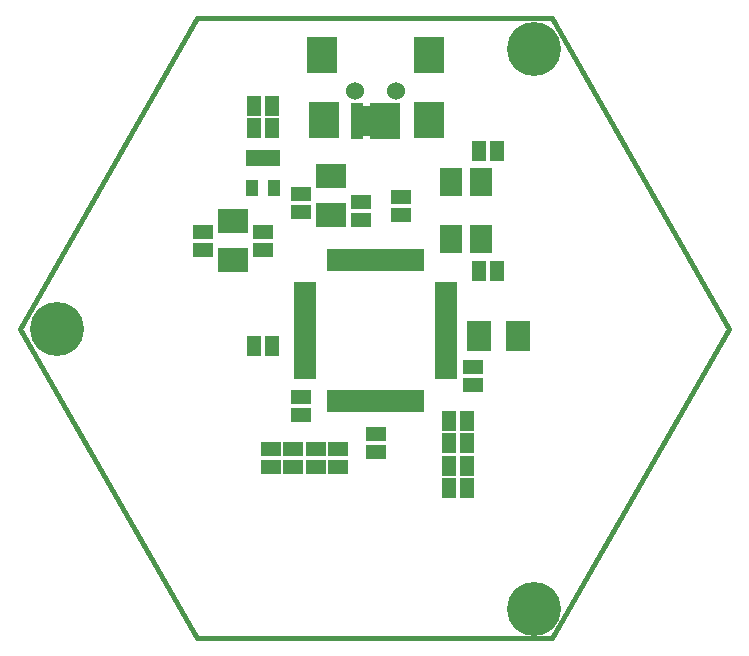
<source format=gts>
G04 (created by PCBNEW-RS274X (2011-05-25)-stable) date Sat 31 Mar 2012 14:10:30 BST*
G01*
G70*
G90*
%MOIN*%
G04 Gerber Fmt 3.4, Leading zero omitted, Abs format*
%FSLAX34Y34*%
G04 APERTURE LIST*
%ADD10C,0.006000*%
%ADD11C,0.015000*%
%ADD12R,0.044000X0.055000*%
%ADD13R,0.080000X0.100000*%
%ADD14R,0.100000X0.080000*%
%ADD15R,0.045000X0.065000*%
%ADD16R,0.065000X0.045000*%
%ADD17R,0.030500X0.075000*%
%ADD18R,0.075000X0.030500*%
%ADD19R,0.075000X0.095000*%
%ADD20R,0.039600X0.120000*%
%ADD21R,0.098700X0.118400*%
%ADD22R,0.037000X0.100000*%
%ADD23C,0.060000*%
%ADD24C,0.180000*%
G04 APERTURE END LIST*
G54D10*
G54D11*
X45400Y-39699D02*
X51305Y-29331D01*
X51305Y-50000D02*
X45400Y-39699D01*
X63116Y-50000D02*
X51305Y-50000D01*
X69022Y-39699D02*
X63116Y-50000D01*
X63116Y-29331D02*
X69022Y-39699D01*
X51305Y-29331D02*
X63116Y-29331D01*
G54D12*
X53875Y-35000D03*
X53125Y-35000D03*
X53125Y-34000D03*
X53500Y-34000D03*
X53875Y-34000D03*
G54D13*
X61989Y-39921D03*
X60689Y-39921D03*
G54D14*
X55750Y-34600D03*
X55750Y-35900D03*
X52500Y-36100D03*
X52500Y-37400D03*
G54D15*
X53200Y-33000D03*
X53800Y-33000D03*
G54D16*
X57250Y-43800D03*
X57250Y-43200D03*
X54750Y-42550D03*
X54750Y-41950D03*
G54D15*
X53200Y-40250D03*
X53800Y-40250D03*
G54D16*
X58110Y-35891D03*
X58110Y-35291D03*
G54D15*
X53800Y-32250D03*
X53200Y-32250D03*
G54D16*
X53500Y-37050D03*
X53500Y-36450D03*
X54750Y-35800D03*
X54750Y-35200D03*
X56000Y-43700D03*
X56000Y-44300D03*
X55250Y-43700D03*
X55250Y-44300D03*
G54D15*
X59700Y-42750D03*
X60300Y-42750D03*
G54D16*
X54500Y-43700D03*
X54500Y-44300D03*
X51500Y-37050D03*
X51500Y-36450D03*
G54D15*
X59700Y-43500D03*
X60300Y-43500D03*
X60700Y-33750D03*
X61300Y-33750D03*
G54D16*
X53750Y-43700D03*
X53750Y-44300D03*
X56750Y-36050D03*
X56750Y-35450D03*
G54D15*
X59700Y-44250D03*
X60300Y-44250D03*
X59700Y-45000D03*
X60300Y-45000D03*
X60700Y-37750D03*
X61300Y-37750D03*
G54D16*
X60500Y-40950D03*
X60500Y-41550D03*
G54D17*
X58728Y-37388D03*
G54D18*
X54888Y-38272D03*
G54D17*
X55772Y-42112D03*
G54D18*
X59612Y-41228D03*
G54D17*
X58531Y-37388D03*
G54D18*
X54888Y-38469D03*
G54D17*
X55969Y-42112D03*
G54D18*
X59612Y-41031D03*
G54D17*
X58334Y-37388D03*
G54D18*
X54888Y-38666D03*
G54D17*
X56166Y-42112D03*
G54D18*
X59612Y-40834D03*
G54D17*
X58137Y-37388D03*
G54D18*
X54888Y-38863D03*
G54D17*
X56363Y-42112D03*
G54D18*
X59612Y-40637D03*
G54D17*
X57940Y-37388D03*
G54D18*
X54888Y-39060D03*
G54D17*
X56560Y-42112D03*
G54D18*
X59612Y-40440D03*
G54D17*
X57743Y-37388D03*
G54D18*
X54888Y-39257D03*
G54D17*
X56757Y-42112D03*
G54D18*
X59612Y-40243D03*
G54D17*
X57546Y-37388D03*
G54D18*
X54888Y-39454D03*
G54D17*
X56954Y-42112D03*
G54D18*
X59612Y-40046D03*
G54D17*
X57349Y-37388D03*
G54D18*
X54888Y-39651D03*
G54D17*
X57151Y-42112D03*
G54D18*
X59612Y-39849D03*
G54D17*
X57152Y-37388D03*
G54D18*
X54888Y-39848D03*
G54D17*
X57348Y-42112D03*
G54D18*
X59612Y-39652D03*
G54D17*
X56955Y-37388D03*
G54D18*
X54888Y-40045D03*
G54D17*
X57545Y-42112D03*
G54D18*
X59612Y-39455D03*
G54D17*
X56758Y-37388D03*
G54D18*
X54888Y-40242D03*
G54D17*
X57742Y-42112D03*
G54D18*
X59612Y-39258D03*
G54D17*
X56561Y-37388D03*
G54D18*
X54888Y-40439D03*
G54D17*
X57939Y-42112D03*
G54D18*
X59612Y-39061D03*
G54D17*
X56364Y-37388D03*
G54D18*
X54888Y-40636D03*
G54D17*
X58136Y-42112D03*
G54D18*
X59612Y-38864D03*
G54D17*
X56167Y-37388D03*
G54D18*
X54888Y-40833D03*
G54D17*
X58333Y-42112D03*
G54D18*
X59612Y-38667D03*
G54D17*
X55970Y-37388D03*
G54D18*
X54888Y-41030D03*
G54D17*
X58530Y-42112D03*
G54D18*
X59612Y-38470D03*
G54D17*
X55773Y-37388D03*
G54D18*
X54888Y-41227D03*
G54D17*
X58727Y-42112D03*
G54D18*
X59612Y-38273D03*
G54D19*
X60750Y-36700D03*
X60750Y-34800D03*
X59750Y-34800D03*
X59750Y-36700D03*
G54D20*
X57250Y-32774D03*
X57564Y-32774D03*
X56621Y-32774D03*
G54D21*
X59021Y-30569D03*
X59021Y-32734D03*
X55479Y-30569D03*
X55518Y-32734D03*
G54D22*
X56936Y-32750D03*
G54D23*
X57939Y-31750D03*
X56561Y-31750D03*
G54D20*
X57879Y-32774D03*
G54D24*
X62520Y-30354D03*
X46614Y-39685D03*
X62520Y-49016D03*
M02*

</source>
